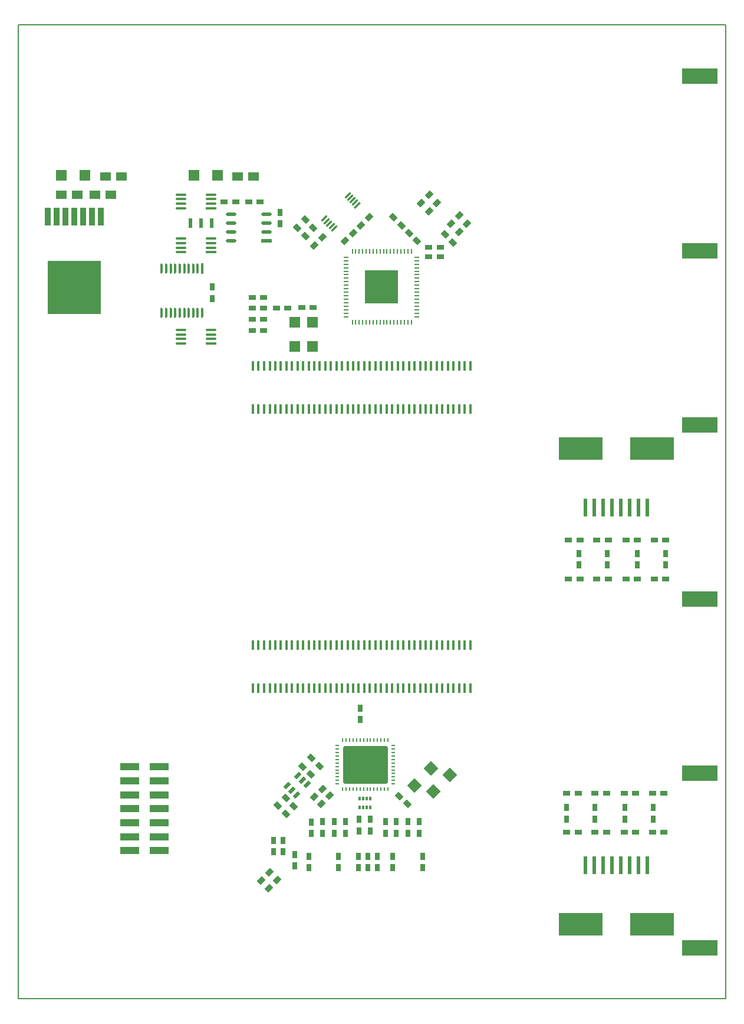
<source format=gtp>
%FSTAX23Y23*%
%MOIN*%
%SFA1B1*%

%IPPOS*%
%AMD24*
4,1,4,-0.008100,-0.016600,0.016600,0.008100,0.008100,0.016600,-0.016600,-0.008100,-0.008100,-0.016600,0.0*
1,1,0.012000,0.012400,0.012400*
1,1,0.012000,-0.012400,-0.012400*
%
%AMD25*
4,1,4,-0.012400,-0.020900,0.020900,0.012400,0.012400,0.020900,-0.020900,-0.012400,-0.012400,-0.020900,0.0*
%
%AMD26*
4,1,4,0.006700,0.020900,-0.020900,-0.006700,-0.006700,-0.020900,0.020900,0.006700,0.006700,0.020900,0.0*
%
%AMD47*
4,1,4,0.003500,0.024700,-0.024700,-0.003500,-0.003500,-0.024700,0.024700,0.003500,0.003500,0.024700,0.0*
%
%AMD48*
4,1,4,-0.042400,0.000000,0.000000,-0.042400,0.042400,0.000000,0.000000,0.042400,-0.042400,0.000000,0.0*
%
%AMD49*
4,1,4,-0.024700,0.003500,0.003500,-0.024700,0.024700,-0.003500,-0.003500,0.024700,-0.024700,0.003500,0.0*
%
%AMD115*
4,1,8,-0.127000,0.095500,-0.127000,-0.095500,-0.116000,-0.106500,0.116000,-0.106500,0.127000,-0.095500,0.127000,0.095500,0.116000,0.106500,-0.116000,0.106500,-0.127000,0.095500,0.0*
1,1,0.022000,-0.116000,0.095500*
1,1,0.022000,-0.116000,-0.095500*
1,1,0.022000,0.116000,-0.095500*
1,1,0.022000,0.116000,0.095500*
%
%ADD20R,0.035000X0.100000*%
%ADD21R,0.300000X0.300000*%
%ADD22R,0.108000X0.039000*%
%ADD23R,0.020000X0.052000*%
G04~CAMADD=24~3~0.0~0.0~470.0~120.0~0.0~0.0~0~0.0~0.0~0.0~0.0~0~0.0~0.0~0.0~0.0~0~0.0~0.0~0.0~225.0~366.0~366.0*
%ADD24D24*%
G04~CAMADD=25~9~0.0~0.0~470.0~120.0~0.0~0.0~0~0.0~0.0~0.0~0.0~0~0.0~0.0~0.0~0.0~0~0.0~0.0~0.0~225.0~418.0~417.0*
%ADD25D25*%
G04~CAMADD=26~9~0.0~0.0~390.0~200.0~0.0~0.0~0~0.0~0.0~0.0~0.0~0~0.0~0.0~0.0~0.0~0~0.0~0.0~0.0~45.0~418.0~417.0*
%ADD26D26*%
%ADD27R,0.020000X0.010000*%
%ADD28R,0.010000X0.020000*%
%ADD29R,0.011000X0.031000*%
%ADD30R,0.031000X0.011000*%
%ADD31R,0.012000X0.024000*%
%ADD32R,0.060000X0.050000*%
%ADD33R,0.060000X0.020000*%
%ADD34O,0.060000X0.020000*%
%ADD35O,0.060000X0.015000*%
%ADD36R,0.060000X0.015000*%
%ADD37R,0.012000X0.060000*%
%ADD38O,0.012000X0.060000*%
%ADD39R,0.018000X0.057000*%
%ADD40R,0.060000X0.060000*%
%ADD41R,0.200000X0.090000*%
%ADD42R,0.245000X0.130000*%
%ADD43R,0.022000X0.100000*%
%ADD44R,0.030000X0.040000*%
%ADD45R,0.040000X0.030000*%
%ADD46R,0.060000X0.060000*%
G04~CAMADD=47~9~0.0~0.0~400.0~300.0~0.0~0.0~0~0.0~0.0~0.0~0.0~0~0.0~0.0~0.0~0.0~0~0.0~0.0~0.0~45.0~494.0~493.0*
%ADD47D47*%
G04~CAMADD=48~10~0.0~601.0~0.0~0.0~0.0~0.0~0~0.0~0.0~0.0~0.0~0~0.0~0.0~0.0~0.0~0~0.0~0.0~0.0~135.0~601.0~0.0*
%ADD48D48*%
G04~CAMADD=49~9~0.0~0.0~400.0~300.0~0.0~0.0~0~0.0~0.0~0.0~0.0~0~0.0~0.0~0.0~0.0~0~0.0~0.0~0.0~135.0~494.0~493.0*
%ADD49D49*%
%ADD50R,0.185000X0.185000*%
%ADD51C,0.008000*%
G04~CAMADD=115~8~0.0~0.0~2130.0~2540.0~110.0~0.0~15~0.0~0.0~0.0~0.0~0~0.0~0.0~0.0~0.0~0~0.0~0.0~0.0~90.0~2540.0~2130.0*
%ADD115D115*%
G54D20*
X00465Y04417D03*
X00415D03*
X00365D03*
X00315D03*
X00265D03*
X00215D03*
X00165D03*
G54D21*
X00315Y04017D03*
G54D22*
X0063Y0131D03*
Y00916D03*
X00797D03*
X0063Y00838D03*
X00797D03*
X0063Y01074D03*
X00797D03*
X0063Y00995D03*
X00797D03*
Y0131D03*
X0063Y01231D03*
X00797D03*
X0063Y01153D03*
X00797D03*
G54D23*
X01094Y04382D03*
X01033D03*
X00972D03*
G54D24*
X01861Y04539D03*
X01729Y04407D03*
X01743Y04393D03*
X01785Y04351D03*
X01757Y04379D03*
X01889Y04511D03*
X01903Y04497D03*
X01875Y04525D03*
X01771Y04365D03*
G54D25*
X01917Y04483D03*
G54D26*
X0152Y01204D03*
X01546Y01178D03*
X01573Y01151D03*
X01579Y01263D03*
X01605Y01236D03*
X01631Y0121D03*
G54D27*
X02119Y01215D03*
Y01234D03*
Y01254D03*
Y01274D03*
Y01293D03*
Y01313D03*
Y01333D03*
Y01352D03*
Y01372D03*
Y01392D03*
Y01411D03*
Y01431D03*
X01802D03*
Y01411D03*
Y01392D03*
Y01372D03*
Y01352D03*
Y01333D03*
Y01313D03*
Y01293D03*
Y01274D03*
Y01254D03*
Y01234D03*
Y01215D03*
G54D28*
X01833Y01184D03*
X01853D03*
X01872D03*
X01892D03*
X01912D03*
X01931D03*
X01951D03*
X01971D03*
X0199D03*
X0201D03*
X0203D03*
X0205D03*
X02069D03*
X02089D03*
Y01462D03*
X02069D03*
X0205D03*
X0203D03*
X0201D03*
X0199D03*
X01971D03*
X01951D03*
X01931D03*
X01912D03*
X01892D03*
X01872D03*
X01853D03*
X01833D03*
G54D29*
X02006Y04222D03*
X01986D03*
X01966D03*
X02025D03*
X01888D03*
X01907D03*
X01927D03*
X01947D03*
X02163Y0382D03*
X02183D03*
X02222D03*
X02203D03*
X02104Y04222D03*
X02084D03*
X02065D03*
X02045D03*
X01888Y0382D03*
X01907D03*
X02104D03*
X02124D03*
X02143D03*
X01966D03*
X01947D03*
X01927D03*
X02025D03*
X02006D03*
X01986D03*
X02084D03*
X02065D03*
X02045D03*
X02183Y04222D03*
X02203D03*
X02222D03*
X02124D03*
X02143D03*
X02163D03*
G54D30*
X01854Y03873D03*
Y03853D03*
X02251Y0409D03*
Y04109D03*
Y04129D03*
Y04149D03*
Y03893D03*
Y03912D03*
Y03932D03*
Y04011D03*
Y04031D03*
Y0405D03*
Y0407D03*
X01854Y04188D03*
Y04168D03*
Y04149D03*
Y04129D03*
Y0405D03*
Y04031D03*
Y04011D03*
Y03893D03*
Y0409D03*
Y04109D03*
Y0407D03*
Y03971D03*
Y03991D03*
Y03932D03*
Y03952D03*
Y03912D03*
X02251Y03873D03*
Y03853D03*
Y03991D03*
Y03971D03*
Y03952D03*
Y04188D03*
Y04168D03*
G54D31*
X01989Y01081D03*
X01969D03*
X0195D03*
X0193D03*
Y01132D03*
X0195D03*
X01969D03*
X01989D03*
G54D32*
X00524Y04541D03*
X00434D03*
X00332D03*
X00242D03*
X00581Y04645D03*
X00491D03*
X0133D03*
X0124D03*
G54D33*
X01402Y04282D03*
G54D34*
X01402Y04332D03*
Y04382D03*
Y04432D03*
X01202Y04282D03*
Y04332D03*
Y04382D03*
Y04432D03*
G54D35*
X00918Y04542D03*
X01088D03*
X00918Y04517D03*
Y04491D03*
Y04466D03*
X01088Y04517D03*
Y04491D03*
X00918Y04294D03*
X01088D03*
X00918Y04268D03*
Y04243D03*
Y04217D03*
X01088Y04268D03*
Y04243D03*
X00918Y03779D03*
X01088D03*
X00918Y03753D03*
Y03728D03*
Y03702D03*
X01088Y03753D03*
Y03728D03*
G54D36*
X01088Y04466D03*
Y04217D03*
Y03702D03*
G54D37*
X0104Y04126D03*
G54D38*
X01014Y04126D03*
X00989D03*
X00963D03*
X00938D03*
X00912D03*
X00886D03*
X00861D03*
X00835D03*
X0081D03*
X0104Y03874D03*
X01014D03*
X00989D03*
X00963D03*
X00938D03*
X00912D03*
X00886D03*
X00861D03*
X00835D03*
X0081D03*
G54D39*
X01326Y03574D03*
Y03331D03*
X01357Y03574D03*
Y03331D03*
X01389Y03574D03*
Y03331D03*
X01421Y03574D03*
Y03331D03*
X01452Y03574D03*
Y03331D03*
X01484Y03574D03*
Y03331D03*
X01515Y03574D03*
Y03331D03*
X01546Y03574D03*
Y03331D03*
X01578Y03574D03*
Y03331D03*
X0161Y03574D03*
Y03331D03*
X01641Y03574D03*
Y03331D03*
X01673Y03574D03*
Y03331D03*
X01704Y03574D03*
Y03331D03*
X01735Y03574D03*
Y03331D03*
X01767Y03574D03*
Y03331D03*
X01798Y03574D03*
Y03331D03*
X0183Y03574D03*
Y03331D03*
X01862Y03574D03*
Y03331D03*
X01893Y03574D03*
Y03331D03*
X01924Y03574D03*
Y03331D03*
X01956Y03574D03*
Y03331D03*
X01987Y03574D03*
Y03331D03*
X02019Y03574D03*
Y03331D03*
X0205Y03574D03*
Y03331D03*
X02082Y03574D03*
Y03331D03*
X02114Y03574D03*
Y03331D03*
X02145Y03574D03*
Y03331D03*
X02177Y03574D03*
Y03331D03*
X02208Y03574D03*
Y03331D03*
X0224Y03574D03*
Y03331D03*
X02271Y03574D03*
Y03331D03*
X02303Y03574D03*
Y03331D03*
X02334Y03574D03*
Y03331D03*
X02365Y03574D03*
Y03331D03*
X02397Y03574D03*
Y03331D03*
X02428Y03574D03*
Y03331D03*
X0246Y03574D03*
Y03331D03*
X02491Y03574D03*
Y03331D03*
X02523Y03574D03*
Y03331D03*
X02555Y03574D03*
Y03331D03*
X01326Y01999D03*
Y01756D03*
X01357Y01999D03*
Y01756D03*
X01389Y01999D03*
Y01756D03*
X01421Y01999D03*
Y01756D03*
X01452Y01999D03*
Y01756D03*
X01484Y01999D03*
Y01756D03*
X01515Y01999D03*
Y01756D03*
X01546Y01999D03*
Y01756D03*
X01578Y01999D03*
Y01756D03*
X0161Y01999D03*
Y01756D03*
X01641Y01999D03*
Y01756D03*
X01673Y01999D03*
Y01756D03*
X01704Y01999D03*
Y01756D03*
X01735Y01999D03*
Y01756D03*
X01767Y01999D03*
Y01756D03*
X01798Y01999D03*
Y01756D03*
X0183Y01999D03*
Y01756D03*
X01862Y01999D03*
Y01756D03*
X01893Y01999D03*
Y01756D03*
X01924Y01999D03*
Y01756D03*
X01956Y01999D03*
Y01756D03*
X01987Y01999D03*
Y01756D03*
X02019Y01999D03*
Y01756D03*
X0205Y01999D03*
Y01756D03*
X02082Y01999D03*
Y01756D03*
X02114Y01999D03*
Y01756D03*
X02145Y01999D03*
Y01756D03*
X02177Y01999D03*
Y01756D03*
X02208Y01999D03*
Y01756D03*
X0224Y01999D03*
Y01756D03*
X02271Y01999D03*
Y01756D03*
X02303Y01999D03*
Y01756D03*
X02334Y01999D03*
Y01756D03*
X02365Y01999D03*
Y01756D03*
X02397Y01999D03*
Y01756D03*
X02428Y01999D03*
Y01756D03*
X0246Y01999D03*
Y01756D03*
X02491Y01999D03*
Y01756D03*
X02523Y01999D03*
Y01756D03*
X02555Y01999D03*
Y01756D03*
G54D40*
X00241Y0465D03*
X00376D03*
X00991D03*
X01126D03*
G54D41*
X03852Y05211D03*
Y04226D03*
Y03242D03*
Y02258D03*
Y01274D03*
Y00289D03*
G54D42*
X03582Y03109D03*
X03178D03*
X03582Y00421D03*
X03178D03*
G54D43*
X03555Y02776D03*
X03505D03*
X03455D03*
X03405D03*
X03205D03*
X03255D03*
X03305D03*
X03355D03*
X03405Y00754D03*
X03455D03*
X03505D03*
X03555D03*
X03355D03*
X03305D03*
X03255D03*
X03205D03*
G54D44*
X0366Y0245D03*
Y02515D03*
X0317Y0245D03*
Y02515D03*
X0333Y0245D03*
Y02515D03*
X035Y0245D03*
Y02515D03*
X0359Y0108D03*
Y01015D03*
X0343Y0108D03*
Y01015D03*
X0326Y0108D03*
Y01015D03*
X031Y0108D03*
Y01015D03*
X01808Y0074D03*
Y00805D03*
X01641Y0074D03*
Y00805D03*
X02285Y0074D03*
Y00805D03*
X02115Y0074D03*
Y00805D03*
X01496Y00896D03*
Y00831D03*
X01443Y00896D03*
Y00831D03*
X01922Y0074D03*
Y00805D03*
X01975Y0074D03*
Y00805D03*
X01786Y00935D03*
Y01D03*
X01657Y00999D03*
Y00934D03*
X0172Y00935D03*
Y01D03*
X01927Y01014D03*
Y00949D03*
X0199Y01014D03*
Y00949D03*
X02203Y00935D03*
Y01D03*
X02267Y00935D03*
Y01D03*
X02075D03*
Y00935D03*
X02136D03*
Y01D03*
X01849Y00935D03*
Y01D03*
X01478Y04378D03*
Y04443D03*
X01933Y01577D03*
Y01642D03*
X02029Y0074D03*
Y00805D03*
X01561Y00751D03*
Y00816D03*
X01096Y0402D03*
Y03955D03*
G54D45*
X0311Y0237D03*
X03175D03*
X0327D03*
X03335D03*
X035D03*
X03435D03*
X0366D03*
X03595D03*
X0311Y0259D03*
X03175D03*
X0327D03*
X03335D03*
X035D03*
X03435D03*
X0366D03*
X03595D03*
X0365Y0116D03*
X03585D03*
X0349D03*
X03425D03*
X0326D03*
X03325D03*
X031D03*
X03165D03*
X0365Y0094D03*
X03585D03*
X0349D03*
X03425D03*
X0326D03*
X03325D03*
X031D03*
X03165D03*
X02385Y04244D03*
X0232D03*
X01163Y045D03*
X01228D03*
X0232Y0419D03*
X02385D03*
X01666Y03905D03*
X01601D03*
X01458Y03903D03*
X01523D03*
X01387Y03901D03*
X01322D03*
Y03962D03*
X01387D03*
X01322Y03838D03*
X01387D03*
X01322Y03776D03*
X01387D03*
X01301Y045D03*
X01366D03*
G54D46*
X01661Y03821D03*
Y03686D03*
X01563Y03821D03*
Y03686D03*
G54D47*
X01673Y0114D03*
X01719Y01186D03*
X01372Y00668D03*
X01418Y00714D03*
X01417Y00624D03*
X01463Y0067D03*
X01758Y01148D03*
X01712Y01102D03*
X02493Y04424D03*
X02447Y04378D03*
X01847Y0428D03*
X01893Y04326D03*
X01936Y04369D03*
X01982Y04415D03*
X0172Y04301D03*
X01674Y04255D03*
X02491Y04332D03*
X02537Y04378D03*
X02275Y04496D03*
X02321Y04542D03*
Y04449D03*
X02367Y04495D03*
G54D48*
X0244Y01266D03*
X02345Y01171D03*
X02333Y01301D03*
X02238Y01206D03*
G54D49*
X02411Y04318D03*
X02457Y04272D03*
X02152Y01146D03*
X02198Y011D03*
X02254Y0428D03*
X02208Y04326D03*
X02165Y04369D03*
X02119Y04415D03*
X01621Y044D03*
X01667Y04354D03*
X01623Y04308D03*
X01577Y04354D03*
X01655Y0136D03*
X01701Y01314D03*
X01607Y01313D03*
X01653Y01267D03*
X01557Y01089D03*
X01511Y01135D03*
X01467Y01091D03*
X01513Y01045D03*
G54D50*
X02053Y04022D03*
G54D51*
X04Y0D02*
Y055D01*
X01193D02*
X04D01*
X0Y01681D02*
Y0365D01*
X00753Y0D02*
X04D01*
X0D02*
Y01681D01*
Y0D02*
X00753D01*
X0Y055D02*
X01193D01*
X0Y0365D02*
Y055D01*
G54D115*
X01961Y01323D03*
M02*
</source>
